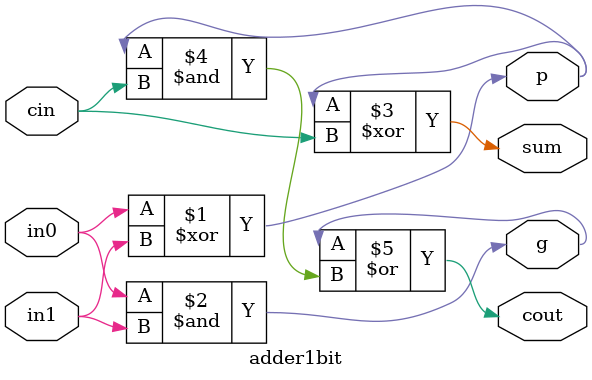
<source format=v>

/*
Basic concept:
Unlike RCA which waits for carry output from the previous adder unit, the CLA basically predicts all the carry input value at same time, allowing for simultaneous addition.
Basically leads to a faster computation time than the ripple carry adder.
*/

//using 1 bit adder module for creating 4 bit adder module
module cla4bit (
    input [3:0]in0,
    input [3:0]in1,
    input [3:0]p,
    input [3:0]g,
    input cin,
    output [3:0]sum,
    output cout
    );

    wire c1;
    wire c2;
    wire c3;
    wire c4;

    assign c1 = g[0] | p[0] & cin;
    assign c2 = g[1] | p[1] & c1;
    assign c3 = g[2] | p[2] & c2;
    assign c4 = g[3] | p[3] & c3;
    assign cout = c4;

    adder1bit instance1 (
        .in0(in0[0]), 
        .in1(in1[0]), 
        .p(p[0]), 
        .g(g[0]), 
        .cin(cin), 
        .sum(sum[0]), 
        .cout(c1));
    adder1bit instance2 (
        .in0(in0[1]), 
        .in1(in1[1]), 
        .p(p[1]), 
        .g(g[1]), 
        .cin(c1), 
        .sum(sum[1]), 
        .cout(c2));
    adder1bit instance3 (
        .in0(in0[2]), 
        .in1(in1[2]), 
        .p(p[2]), 
        .g(g[2]), 
        .cin(c2), 
        .sum(sum[2]), 
        .cout(c3));
    adder1bit instance4 (
        .in0(in0[3]), 
        .in1(in1[3]), 
        .p(p[3]), 
        .g(g[3]), 
        .cin(c3), 
        .sum(sum[3]), 
        .cout(c4));

endmodule

//1 bit addition module
module adder1bit (
    input in0, in1, cin,
    output sum, p, g, cout
    );

    assign p = in0 ^ in1;
    assign g = in0 & in1;
    assign sum = p ^ cin;
    assign cout = g | p & cin;
endmodule
</source>
